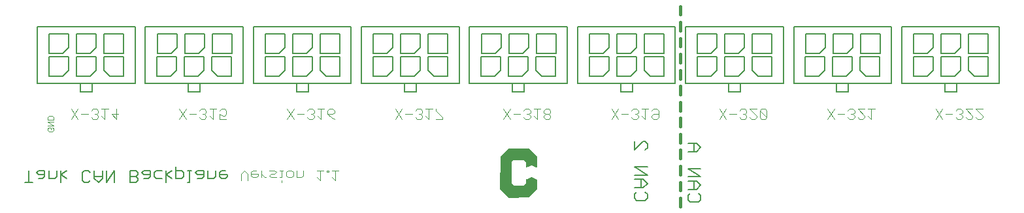
<source format=gbo>
G75*
G70*
%OFA0B0*%
%FSLAX24Y24*%
%IPPOS*%
%LPD*%
%AMOC8*
5,1,8,0,0,1.08239X$1,22.5*
%
%ADD10C,0.0060*%
%ADD11C,0.0160*%
%ADD12C,0.0040*%
%ADD13C,0.0030*%
%ADD14C,0.0050*%
%ADD15C,0.0020*%
D10*
X059104Y001106D02*
X059104Y001319D01*
X059211Y001426D01*
X059104Y001643D02*
X059531Y001643D01*
X059745Y001857D01*
X059531Y002070D01*
X059104Y002070D01*
X059104Y002288D02*
X059745Y002288D01*
X059104Y002715D01*
X059745Y002715D01*
X059424Y002070D02*
X059424Y001643D01*
X059638Y001426D02*
X059745Y001319D01*
X059745Y001106D01*
X059638Y000999D01*
X059211Y000999D01*
X059104Y001106D01*
X061821Y001027D02*
X061821Y001240D01*
X061927Y001347D01*
X061821Y001565D02*
X062248Y001565D01*
X062461Y001778D01*
X062248Y001992D01*
X061821Y001992D01*
X061821Y002209D02*
X062461Y002209D01*
X061821Y002636D01*
X062461Y002636D01*
X062141Y001992D02*
X062141Y001565D01*
X062354Y001347D02*
X062461Y001240D01*
X062461Y001027D01*
X062354Y000920D01*
X061927Y000920D01*
X061821Y001027D01*
X061821Y003498D02*
X062248Y003498D01*
X062461Y003712D01*
X062248Y003925D01*
X061821Y003925D01*
X062141Y003925D02*
X062141Y003498D01*
X059745Y003684D02*
X059638Y003577D01*
X059745Y003684D02*
X059745Y003897D01*
X059638Y004004D01*
X059531Y004004D01*
X059104Y003577D01*
X059104Y004004D01*
D11*
X061436Y003964D02*
X061436Y004388D01*
X061436Y004782D02*
X061436Y005206D01*
X061436Y005599D02*
X061436Y006023D01*
X061436Y006417D02*
X061436Y006841D01*
X061436Y007235D02*
X061436Y007659D01*
X061436Y008052D02*
X061436Y008476D01*
X061436Y008870D02*
X061436Y009294D01*
X061436Y009688D02*
X061436Y010112D01*
X061436Y010505D02*
X061436Y010929D01*
X061436Y003570D02*
X061436Y003146D01*
X061436Y002753D02*
X061436Y002329D01*
X061436Y001935D02*
X061436Y001511D01*
X061436Y001117D02*
X061436Y000693D01*
D12*
X060236Y005153D02*
X060062Y005153D01*
X059975Y005240D01*
X059975Y005326D01*
X060062Y005413D01*
X060322Y005413D01*
X060322Y005240D02*
X060236Y005153D01*
X060322Y005240D02*
X060322Y005586D01*
X060236Y005673D01*
X060062Y005673D01*
X059975Y005586D01*
X059807Y005673D02*
X059460Y005673D01*
X059633Y005673D02*
X059633Y005153D01*
X059460Y005326D01*
X059291Y005326D02*
X059204Y005413D01*
X059291Y005500D01*
X059291Y005586D01*
X059204Y005673D01*
X059031Y005673D01*
X058944Y005586D01*
X058775Y005413D02*
X058429Y005413D01*
X058260Y005153D02*
X057913Y005673D01*
X058260Y005673D02*
X057913Y005153D01*
X058944Y005240D02*
X059031Y005153D01*
X059204Y005153D01*
X059291Y005240D01*
X059291Y005326D01*
X059204Y005413D02*
X059118Y005413D01*
X054811Y005326D02*
X054811Y005240D01*
X054724Y005153D01*
X054550Y005153D01*
X054464Y005240D01*
X054464Y005326D01*
X054550Y005413D01*
X054724Y005413D01*
X054811Y005500D01*
X054811Y005586D01*
X054724Y005673D01*
X054550Y005673D01*
X054464Y005586D01*
X054464Y005500D01*
X054550Y005413D01*
X054724Y005413D02*
X054811Y005326D01*
X054295Y005673D02*
X053948Y005673D01*
X054121Y005673D02*
X054121Y005153D01*
X053948Y005326D01*
X053779Y005326D02*
X053779Y005240D01*
X053693Y005153D01*
X053519Y005153D01*
X053432Y005240D01*
X053264Y005413D02*
X052917Y005413D01*
X052748Y005153D02*
X052401Y005673D01*
X052748Y005673D02*
X052401Y005153D01*
X053606Y005413D02*
X053693Y005413D01*
X053779Y005500D01*
X053779Y005586D01*
X053693Y005673D01*
X053519Y005673D01*
X053432Y005586D01*
X053693Y005413D02*
X053779Y005326D01*
X049299Y005240D02*
X048952Y005586D01*
X048952Y005673D01*
X048783Y005673D02*
X048436Y005673D01*
X048610Y005673D02*
X048610Y005153D01*
X048436Y005326D01*
X048267Y005326D02*
X048267Y005240D01*
X048181Y005153D01*
X048007Y005153D01*
X047921Y005240D01*
X047752Y005413D02*
X047405Y005413D01*
X047236Y005153D02*
X046889Y005673D01*
X047236Y005673D02*
X046889Y005153D01*
X048094Y005413D02*
X048181Y005413D01*
X048267Y005500D01*
X048267Y005586D01*
X048181Y005673D01*
X048007Y005673D01*
X047921Y005586D01*
X048181Y005413D02*
X048267Y005326D01*
X048952Y005153D02*
X049299Y005153D01*
X049299Y005240D01*
X043787Y005153D02*
X043613Y005240D01*
X043440Y005413D01*
X043700Y005413D01*
X043787Y005500D01*
X043787Y005586D01*
X043700Y005673D01*
X043527Y005673D01*
X043440Y005586D01*
X043440Y005413D01*
X043271Y005673D02*
X042924Y005673D01*
X043098Y005673D02*
X043098Y005153D01*
X042924Y005326D01*
X042756Y005326D02*
X042756Y005240D01*
X042669Y005153D01*
X042495Y005153D01*
X042409Y005240D01*
X042240Y005413D02*
X041893Y005413D01*
X041724Y005153D02*
X041377Y005673D01*
X041724Y005673D02*
X041377Y005153D01*
X042582Y005413D02*
X042669Y005413D01*
X042756Y005500D01*
X042756Y005586D01*
X042669Y005673D01*
X042495Y005673D01*
X042409Y005586D01*
X042669Y005413D02*
X042756Y005326D01*
X038275Y005413D02*
X038275Y005586D01*
X038188Y005673D01*
X038015Y005673D01*
X037928Y005586D01*
X037928Y005413D02*
X038102Y005326D01*
X038188Y005326D01*
X038275Y005413D01*
X038275Y005153D02*
X037928Y005153D01*
X037928Y005413D01*
X037759Y005673D02*
X037413Y005673D01*
X037586Y005673D02*
X037586Y005153D01*
X037413Y005326D01*
X037244Y005326D02*
X037244Y005240D01*
X037157Y005153D01*
X036984Y005153D01*
X036897Y005240D01*
X036728Y005413D02*
X036381Y005413D01*
X036213Y005153D02*
X035866Y005673D01*
X036213Y005673D02*
X035866Y005153D01*
X037070Y005413D02*
X037157Y005413D01*
X037244Y005500D01*
X037244Y005586D01*
X037157Y005673D01*
X036984Y005673D01*
X036897Y005586D01*
X037157Y005413D02*
X037244Y005326D01*
X032763Y005413D02*
X032416Y005413D01*
X032677Y005153D01*
X032677Y005673D01*
X032248Y005673D02*
X031901Y005673D01*
X032074Y005673D02*
X032074Y005153D01*
X031901Y005326D01*
X031732Y005326D02*
X031645Y005413D01*
X031732Y005500D01*
X031732Y005586D01*
X031645Y005673D01*
X031472Y005673D01*
X031385Y005586D01*
X031216Y005413D02*
X030869Y005413D01*
X030701Y005153D02*
X030354Y005673D01*
X030701Y005673D02*
X030354Y005153D01*
X031385Y005240D02*
X031472Y005153D01*
X031645Y005153D01*
X031732Y005240D01*
X031732Y005326D01*
X031645Y005413D02*
X031559Y005413D01*
X039015Y002350D02*
X039189Y002524D01*
X039362Y002350D01*
X039362Y002003D01*
X039618Y002177D02*
X039791Y002177D01*
X039878Y002263D01*
X039878Y002350D01*
X039531Y002350D01*
X039531Y002263D02*
X039618Y002177D01*
X039531Y002263D02*
X039531Y002437D01*
X039618Y002524D01*
X039791Y002524D01*
X040047Y002524D02*
X040047Y002177D01*
X040220Y002177D02*
X040307Y002177D01*
X040220Y002177D02*
X040047Y002350D01*
X040476Y002263D02*
X040563Y002177D01*
X040823Y002177D01*
X040992Y002177D02*
X041079Y002177D01*
X041079Y002524D01*
X041165Y002524D02*
X040992Y002524D01*
X040823Y002437D02*
X040736Y002524D01*
X040476Y002524D01*
X040563Y002350D02*
X040476Y002263D01*
X040563Y002350D02*
X040736Y002350D01*
X040823Y002437D01*
X041079Y002003D02*
X041079Y001916D01*
X041422Y002177D02*
X041336Y002263D01*
X041336Y002437D01*
X041422Y002524D01*
X041596Y002524D01*
X041683Y002437D01*
X041683Y002263D01*
X041596Y002177D01*
X041422Y002177D01*
X041851Y002177D02*
X042111Y002177D01*
X042198Y002263D01*
X042198Y002524D01*
X041851Y002524D02*
X041851Y002177D01*
X042882Y002177D02*
X043056Y002003D01*
X043056Y002524D01*
X043229Y002524D02*
X042882Y002524D01*
X043398Y002524D02*
X043485Y002524D01*
X043485Y002437D01*
X043398Y002437D01*
X043398Y002524D01*
X043656Y002524D02*
X044003Y002524D01*
X043829Y002524D02*
X043829Y002003D01*
X043656Y002177D01*
X039015Y002003D02*
X039015Y002350D01*
X063425Y005153D02*
X063772Y005673D01*
X063940Y005413D02*
X064287Y005413D01*
X064456Y005240D02*
X064543Y005153D01*
X064716Y005153D01*
X064803Y005240D01*
X064803Y005326D01*
X064716Y005413D01*
X064803Y005500D01*
X064803Y005586D01*
X064716Y005673D01*
X064543Y005673D01*
X064456Y005586D01*
X064629Y005413D02*
X064716Y005413D01*
X064972Y005240D02*
X065058Y005153D01*
X065232Y005153D01*
X065319Y005240D01*
X065319Y005326D01*
X064972Y005673D01*
X065319Y005673D01*
X065487Y005586D02*
X065834Y005240D01*
X065834Y005586D01*
X065747Y005673D01*
X065574Y005673D01*
X065487Y005586D01*
X065487Y005240D01*
X065574Y005153D01*
X065747Y005153D01*
X065834Y005240D01*
X063772Y005153D02*
X063425Y005673D01*
X068937Y005673D02*
X069283Y005153D01*
X069452Y005413D02*
X069799Y005413D01*
X069968Y005240D02*
X070055Y005153D01*
X070228Y005153D01*
X070315Y005240D01*
X070315Y005326D01*
X070228Y005413D01*
X070315Y005500D01*
X070315Y005586D01*
X070228Y005673D01*
X070055Y005673D01*
X069968Y005586D01*
X070141Y005413D02*
X070228Y005413D01*
X070483Y005240D02*
X070570Y005153D01*
X070744Y005153D01*
X070830Y005240D01*
X070830Y005326D01*
X070483Y005673D01*
X070830Y005673D01*
X070999Y005673D02*
X071346Y005673D01*
X071173Y005673D02*
X071173Y005153D01*
X070999Y005326D01*
X069283Y005673D02*
X068937Y005153D01*
X074448Y005153D02*
X074795Y005673D01*
X074964Y005413D02*
X075311Y005413D01*
X075480Y005240D02*
X075566Y005153D01*
X075740Y005153D01*
X075827Y005240D01*
X075827Y005326D01*
X075740Y005413D01*
X075827Y005500D01*
X075827Y005586D01*
X075740Y005673D01*
X075566Y005673D01*
X075480Y005586D01*
X075653Y005413D02*
X075740Y005413D01*
X075995Y005240D02*
X076082Y005153D01*
X076255Y005153D01*
X076342Y005240D01*
X076342Y005326D01*
X075995Y005673D01*
X076342Y005673D01*
X076511Y005673D02*
X076858Y005326D01*
X076858Y005240D01*
X076771Y005153D01*
X076598Y005153D01*
X076511Y005240D01*
X076511Y005673D02*
X076858Y005673D01*
X074795Y005153D02*
X074448Y005673D01*
D13*
X029458Y005262D02*
X029458Y005116D01*
X029168Y005116D01*
X029168Y005262D01*
X029216Y005310D01*
X029410Y005310D01*
X029458Y005262D01*
X029458Y005015D02*
X029168Y005015D01*
X029458Y004822D01*
X029168Y004822D01*
X029216Y004721D02*
X029313Y004721D01*
X029313Y004624D01*
X029410Y004721D02*
X029458Y004672D01*
X029458Y004575D01*
X029410Y004527D01*
X029216Y004527D01*
X029168Y004575D01*
X029168Y004672D01*
X029216Y004721D01*
D14*
X028404Y001908D02*
X027997Y001908D01*
X028200Y001908D02*
X028200Y002519D01*
X028604Y002417D02*
X028706Y002315D01*
X029011Y002315D01*
X029011Y002213D02*
X029011Y002519D01*
X028706Y002519D01*
X028604Y002417D01*
X028706Y002112D02*
X028910Y002112D01*
X029011Y002213D01*
X029212Y002112D02*
X029517Y002112D01*
X029619Y002213D01*
X029619Y002519D01*
X029820Y002519D02*
X029820Y001908D01*
X030125Y002112D02*
X029820Y002315D01*
X030125Y002519D01*
X030934Y002417D02*
X031036Y002519D01*
X031239Y002519D01*
X031341Y002417D01*
X031542Y002519D02*
X031542Y002112D01*
X031745Y001908D01*
X031949Y002112D01*
X031949Y002519D01*
X032149Y002519D02*
X032149Y001908D01*
X032556Y002519D01*
X032556Y001908D01*
X031949Y002213D02*
X031542Y002213D01*
X031341Y002010D02*
X031239Y001908D01*
X031036Y001908D01*
X030934Y002010D01*
X030934Y002417D01*
X029212Y002519D02*
X029212Y002112D01*
X033365Y002213D02*
X033670Y002213D01*
X033772Y002315D01*
X033772Y002417D01*
X033670Y002519D01*
X033365Y002519D01*
X033365Y001908D01*
X033670Y001908D01*
X033772Y002010D01*
X033772Y002112D01*
X033670Y002213D01*
X033973Y002417D02*
X034074Y002315D01*
X034380Y002315D01*
X034380Y002213D02*
X034380Y002519D01*
X034074Y002519D01*
X033973Y002417D01*
X034074Y002112D02*
X034278Y002112D01*
X034380Y002213D01*
X034580Y002213D02*
X034580Y002417D01*
X034682Y002519D01*
X034987Y002519D01*
X035188Y002519D02*
X035188Y001908D01*
X034987Y002112D02*
X034682Y002112D01*
X034580Y002213D01*
X035188Y002315D02*
X035493Y002112D01*
X035694Y002112D02*
X036000Y002112D01*
X036101Y002213D01*
X036101Y002417D01*
X036000Y002519D01*
X035694Y002519D01*
X035493Y002519D02*
X035188Y002315D01*
X035694Y002112D02*
X035694Y002722D01*
X036302Y002519D02*
X036506Y002519D01*
X036404Y002519D02*
X036404Y001908D01*
X036302Y001908D01*
X036809Y002112D02*
X037012Y002112D01*
X037114Y002213D01*
X037114Y002519D01*
X036809Y002519D01*
X036707Y002417D01*
X036809Y002315D01*
X037114Y002315D01*
X037315Y002112D02*
X037620Y002112D01*
X037722Y002213D01*
X037722Y002519D01*
X037923Y002417D02*
X038024Y002519D01*
X038228Y002519D01*
X038330Y002315D02*
X037923Y002315D01*
X037923Y002417D02*
X037923Y002213D01*
X038024Y002112D01*
X038228Y002112D01*
X038330Y002213D01*
X038330Y002315D01*
X037315Y002519D02*
X037315Y002112D01*
X036933Y006549D02*
X036333Y006549D01*
X036333Y006949D01*
X036133Y007349D02*
X036833Y007349D01*
X037133Y007649D01*
X037133Y008349D01*
X036133Y008349D01*
X036133Y007349D01*
X035733Y007649D02*
X035733Y008349D01*
X034733Y008349D01*
X034733Y007349D01*
X035433Y007349D01*
X035733Y007649D01*
X036933Y006949D02*
X036933Y006549D01*
X037833Y007349D02*
X038533Y007349D01*
X038533Y008349D01*
X037533Y008349D01*
X037533Y007649D01*
X037833Y007349D01*
X039125Y006999D02*
X039125Y009899D01*
X034141Y009899D01*
X034141Y006999D01*
X039125Y006999D01*
X039653Y006999D02*
X039653Y009899D01*
X044637Y009899D01*
X044637Y006999D01*
X039653Y006999D01*
X040245Y007349D02*
X040945Y007349D01*
X041245Y007649D01*
X041245Y008349D01*
X040245Y008349D01*
X040245Y007349D01*
X041645Y007349D02*
X042345Y007349D01*
X042645Y007649D01*
X042645Y008349D01*
X041645Y008349D01*
X041645Y007349D01*
X041845Y006949D02*
X041845Y006549D01*
X042445Y006549D01*
X042445Y006949D01*
X043045Y007649D02*
X043345Y007349D01*
X044045Y007349D01*
X044045Y008349D01*
X043045Y008349D01*
X043045Y007649D01*
X045165Y006999D02*
X045165Y009899D01*
X050149Y009899D01*
X050149Y006999D01*
X045165Y006999D01*
X045757Y007349D02*
X046457Y007349D01*
X046757Y007649D01*
X046757Y008349D01*
X045757Y008349D01*
X045757Y007349D01*
X047157Y007349D02*
X047857Y007349D01*
X048157Y007649D01*
X048157Y008349D01*
X047157Y008349D01*
X047157Y007349D01*
X047357Y006949D02*
X047357Y006549D01*
X047957Y006549D01*
X047957Y006949D01*
X048557Y007649D02*
X048857Y007349D01*
X049557Y007349D01*
X049557Y008349D01*
X048557Y008349D01*
X048557Y007649D01*
X050676Y006999D02*
X050676Y009899D01*
X055661Y009899D01*
X055661Y006999D01*
X050676Y006999D01*
X051269Y007349D02*
X051969Y007349D01*
X052269Y007649D01*
X052269Y008349D01*
X051269Y008349D01*
X051269Y007349D01*
X052669Y007349D02*
X053369Y007349D01*
X053669Y007649D01*
X053669Y008349D01*
X052669Y008349D01*
X052669Y007349D01*
X052869Y006949D02*
X052869Y006549D01*
X053469Y006549D01*
X053469Y006949D01*
X054069Y007649D02*
X054369Y007349D01*
X055069Y007349D01*
X055069Y008349D01*
X054069Y008349D01*
X054069Y007649D01*
X056188Y006999D02*
X056188Y009899D01*
X061172Y009899D01*
X061172Y006999D01*
X056188Y006999D01*
X056780Y007349D02*
X057480Y007349D01*
X057780Y007649D01*
X057780Y008349D01*
X056780Y008349D01*
X056780Y007349D01*
X058180Y007349D02*
X058880Y007349D01*
X059180Y007649D01*
X059180Y008349D01*
X058180Y008349D01*
X058180Y007349D01*
X058380Y006949D02*
X058380Y006549D01*
X058980Y006549D01*
X058980Y006949D01*
X059580Y007649D02*
X059880Y007349D01*
X060580Y007349D01*
X060580Y008349D01*
X059580Y008349D01*
X059580Y007649D01*
X061700Y006999D02*
X061700Y009899D01*
X066684Y009899D01*
X066684Y006999D01*
X061700Y006999D01*
X062292Y007349D02*
X062992Y007349D01*
X063292Y007649D01*
X063292Y008349D01*
X062292Y008349D01*
X062292Y007349D01*
X063692Y007349D02*
X064392Y007349D01*
X064692Y007649D01*
X064692Y008349D01*
X063692Y008349D01*
X063692Y007349D01*
X063892Y006949D02*
X063892Y006549D01*
X064492Y006549D01*
X064492Y006949D01*
X065092Y007649D02*
X065392Y007349D01*
X066092Y007349D01*
X066092Y008349D01*
X065092Y008349D01*
X065092Y007649D01*
X067212Y006999D02*
X067212Y009899D01*
X072196Y009899D01*
X072196Y006999D01*
X067212Y006999D01*
X067804Y007349D02*
X068504Y007349D01*
X068804Y007649D01*
X068804Y008349D01*
X067804Y008349D01*
X067804Y007349D01*
X069204Y007349D02*
X069904Y007349D01*
X070204Y007649D01*
X070204Y008349D01*
X069204Y008349D01*
X069204Y007349D01*
X069404Y006949D02*
X069404Y006549D01*
X070004Y006549D01*
X070004Y006949D01*
X070604Y007649D02*
X070904Y007349D01*
X071604Y007349D01*
X071604Y008349D01*
X070604Y008349D01*
X070604Y007649D01*
X072724Y006999D02*
X072724Y009899D01*
X077708Y009899D01*
X077708Y006999D01*
X072724Y006999D01*
X073316Y007349D02*
X074016Y007349D01*
X074316Y007649D01*
X074316Y008349D01*
X073316Y008349D01*
X073316Y007349D01*
X074716Y007349D02*
X075416Y007349D01*
X075716Y007649D01*
X075716Y008349D01*
X074716Y008349D01*
X074716Y007349D01*
X074916Y006949D02*
X074916Y006549D01*
X075516Y006549D01*
X075516Y006949D01*
X076116Y007649D02*
X076416Y007349D01*
X077116Y007349D01*
X077116Y008349D01*
X076116Y008349D01*
X076116Y007649D01*
X076128Y008530D02*
X077128Y008530D01*
X077128Y009530D01*
X076128Y009530D01*
X076128Y008530D01*
X075728Y008830D02*
X075428Y008530D01*
X074728Y008530D01*
X074728Y009530D01*
X075728Y009530D01*
X075728Y008830D01*
X074328Y008830D02*
X074028Y008530D01*
X073328Y008530D01*
X073328Y009530D01*
X074328Y009530D01*
X074328Y008830D01*
X071617Y008530D02*
X071617Y009530D01*
X070617Y009530D01*
X070617Y008530D01*
X071617Y008530D01*
X070217Y008830D02*
X069917Y008530D01*
X069217Y008530D01*
X069217Y009530D01*
X070217Y009530D01*
X070217Y008830D01*
X068817Y008830D02*
X068517Y008530D01*
X067817Y008530D01*
X067817Y009530D01*
X068817Y009530D01*
X068817Y008830D01*
X066105Y008530D02*
X066105Y009530D01*
X065105Y009530D01*
X065105Y008530D01*
X066105Y008530D01*
X064705Y008830D02*
X064405Y008530D01*
X063705Y008530D01*
X063705Y009530D01*
X064705Y009530D01*
X064705Y008830D01*
X063305Y008830D02*
X063005Y008530D01*
X062305Y008530D01*
X062305Y009530D01*
X063305Y009530D01*
X063305Y008830D01*
X060593Y008530D02*
X060593Y009530D01*
X059593Y009530D01*
X059593Y008530D01*
X060593Y008530D01*
X059193Y008830D02*
X058893Y008530D01*
X058193Y008530D01*
X058193Y009530D01*
X059193Y009530D01*
X059193Y008830D01*
X057793Y008830D02*
X057493Y008530D01*
X056793Y008530D01*
X056793Y009530D01*
X057793Y009530D01*
X057793Y008830D01*
X055081Y008530D02*
X055081Y009530D01*
X054081Y009530D01*
X054081Y008530D01*
X055081Y008530D01*
X053681Y008830D02*
X053381Y008530D01*
X052681Y008530D01*
X052681Y009530D01*
X053681Y009530D01*
X053681Y008830D01*
X052281Y008830D02*
X051981Y008530D01*
X051281Y008530D01*
X051281Y009530D01*
X052281Y009530D01*
X052281Y008830D01*
X049569Y008530D02*
X049569Y009530D01*
X048569Y009530D01*
X048569Y008530D01*
X049569Y008530D01*
X048169Y008830D02*
X047869Y008530D01*
X047169Y008530D01*
X047169Y009530D01*
X048169Y009530D01*
X048169Y008830D01*
X046769Y008830D02*
X046469Y008530D01*
X045769Y008530D01*
X045769Y009530D01*
X046769Y009530D01*
X046769Y008830D01*
X044057Y008530D02*
X044057Y009530D01*
X043057Y009530D01*
X043057Y008530D01*
X044057Y008530D01*
X042657Y008830D02*
X042357Y008530D01*
X041657Y008530D01*
X041657Y009530D01*
X042657Y009530D01*
X042657Y008830D01*
X041257Y008830D02*
X041257Y009530D01*
X040257Y009530D01*
X040257Y008530D01*
X040957Y008530D01*
X041257Y008830D01*
X038546Y008530D02*
X038546Y009530D01*
X037546Y009530D01*
X037546Y008530D01*
X038546Y008530D01*
X037146Y008830D02*
X036846Y008530D01*
X036146Y008530D01*
X036146Y009530D01*
X037146Y009530D01*
X037146Y008830D01*
X035746Y008830D02*
X035746Y009530D01*
X034746Y009530D01*
X034746Y008530D01*
X035446Y008530D01*
X035746Y008830D01*
X033613Y009899D02*
X028629Y009899D01*
X028629Y006999D01*
X033613Y006999D01*
X033613Y009899D01*
X033034Y009530D02*
X033034Y008530D01*
X032034Y008530D01*
X032034Y009530D01*
X033034Y009530D01*
X031634Y009530D02*
X031634Y008830D01*
X031334Y008530D01*
X030634Y008530D01*
X030634Y009530D01*
X031634Y009530D01*
X030234Y009530D02*
X030234Y008830D01*
X029934Y008530D01*
X029234Y008530D01*
X029234Y009530D01*
X030234Y009530D01*
X030221Y008349D02*
X029221Y008349D01*
X029221Y007349D01*
X029921Y007349D01*
X030221Y007649D01*
X030221Y008349D01*
X030621Y008349D02*
X030621Y007349D01*
X031321Y007349D01*
X031621Y007649D01*
X031621Y008349D01*
X030621Y008349D01*
X032021Y008349D02*
X032021Y007649D01*
X032321Y007349D01*
X033021Y007349D01*
X033021Y008349D01*
X032021Y008349D01*
X031421Y006949D02*
X031421Y006549D01*
X030821Y006549D01*
X030821Y006949D01*
D15*
X052247Y003252D02*
X052243Y001583D01*
X052665Y001166D01*
X053676Y001170D01*
X054086Y001579D01*
X054086Y002067D01*
X053826Y002181D01*
X053546Y002067D01*
X053550Y001866D01*
X053444Y001768D01*
X052897Y001768D01*
X052787Y001874D01*
X052787Y002985D01*
X052885Y003083D01*
X053436Y003087D01*
X053554Y002969D01*
X053554Y002709D01*
X053818Y002831D01*
X054086Y002705D01*
X054082Y003256D01*
X053680Y003658D01*
X052657Y003646D01*
X052263Y003252D01*
X052247Y003252D01*
X052247Y003244D02*
X054082Y003244D01*
X054082Y003226D02*
X052247Y003226D01*
X052247Y003207D02*
X054082Y003207D01*
X054082Y003189D02*
X052247Y003189D01*
X052247Y003171D02*
X054083Y003171D01*
X054083Y003153D02*
X052247Y003153D01*
X052247Y003134D02*
X054083Y003134D01*
X054083Y003116D02*
X052247Y003116D01*
X052247Y003098D02*
X054083Y003098D01*
X054083Y003080D02*
X053443Y003080D01*
X053462Y003061D02*
X054083Y003061D01*
X054083Y003043D02*
X053480Y003043D01*
X053498Y003025D02*
X054084Y003025D01*
X054084Y003007D02*
X053516Y003007D01*
X053535Y002989D02*
X054084Y002989D01*
X054084Y002970D02*
X053553Y002970D01*
X053554Y002952D02*
X054084Y002952D01*
X054084Y002934D02*
X053554Y002934D01*
X053554Y002916D02*
X054084Y002916D01*
X054084Y002897D02*
X053554Y002897D01*
X053554Y002879D02*
X054085Y002879D01*
X054085Y002861D02*
X053554Y002861D01*
X053554Y002843D02*
X054085Y002843D01*
X054085Y002825D02*
X053832Y002825D01*
X053804Y002825D02*
X053554Y002825D01*
X053554Y002806D02*
X053765Y002806D01*
X053725Y002788D02*
X053554Y002788D01*
X053554Y002770D02*
X053686Y002770D01*
X053646Y002752D02*
X053554Y002752D01*
X053554Y002733D02*
X053607Y002733D01*
X053568Y002715D02*
X053554Y002715D01*
X053871Y002806D02*
X054085Y002806D01*
X054085Y002788D02*
X053909Y002788D01*
X053948Y002770D02*
X054085Y002770D01*
X054086Y002752D02*
X053987Y002752D01*
X054026Y002733D02*
X054086Y002733D01*
X054086Y002715D02*
X054064Y002715D01*
X054076Y003262D02*
X052273Y003262D01*
X052291Y003280D02*
X054058Y003280D01*
X054040Y003298D02*
X052309Y003298D01*
X052327Y003317D02*
X054021Y003317D01*
X054003Y003335D02*
X052346Y003335D01*
X052364Y003353D02*
X053985Y003353D01*
X053967Y003371D02*
X052382Y003371D01*
X052400Y003390D02*
X053949Y003390D01*
X053930Y003408D02*
X052419Y003408D01*
X052437Y003426D02*
X053912Y003426D01*
X053894Y003444D02*
X052455Y003444D01*
X052473Y003463D02*
X053876Y003463D01*
X053857Y003481D02*
X052491Y003481D01*
X052510Y003499D02*
X053839Y003499D01*
X053821Y003517D02*
X052528Y003517D01*
X052546Y003535D02*
X053803Y003535D01*
X053784Y003554D02*
X052564Y003554D01*
X052583Y003572D02*
X053766Y003572D01*
X053748Y003590D02*
X052601Y003590D01*
X052619Y003608D02*
X053730Y003608D01*
X053712Y003627D02*
X052637Y003627D01*
X052656Y003645D02*
X053693Y003645D01*
X052882Y003080D02*
X052247Y003080D01*
X052247Y003061D02*
X052864Y003061D01*
X052845Y003043D02*
X052247Y003043D01*
X052247Y003025D02*
X052827Y003025D01*
X052809Y003007D02*
X052247Y003007D01*
X052247Y002989D02*
X052791Y002989D01*
X052787Y002970D02*
X052247Y002970D01*
X052247Y002952D02*
X052787Y002952D01*
X052787Y002934D02*
X052246Y002934D01*
X052246Y002916D02*
X052787Y002916D01*
X052787Y002897D02*
X052246Y002897D01*
X052246Y002879D02*
X052787Y002879D01*
X052787Y002861D02*
X052246Y002861D01*
X052246Y002843D02*
X052787Y002843D01*
X052787Y002825D02*
X052246Y002825D01*
X052246Y002806D02*
X052787Y002806D01*
X052787Y002788D02*
X052246Y002788D01*
X052246Y002770D02*
X052787Y002770D01*
X052787Y002752D02*
X052246Y002752D01*
X052246Y002733D02*
X052787Y002733D01*
X052787Y002715D02*
X052246Y002715D01*
X052246Y002697D02*
X052787Y002697D01*
X052787Y002679D02*
X052246Y002679D01*
X052246Y002660D02*
X052787Y002660D01*
X052787Y002642D02*
X052246Y002642D01*
X052246Y002624D02*
X052787Y002624D01*
X052787Y002606D02*
X052246Y002606D01*
X052246Y002588D02*
X052787Y002588D01*
X052787Y002569D02*
X052246Y002569D01*
X052246Y002551D02*
X052787Y002551D01*
X052787Y002533D02*
X052246Y002533D01*
X052246Y002515D02*
X052787Y002515D01*
X052787Y002496D02*
X052245Y002496D01*
X052245Y002478D02*
X052787Y002478D01*
X052787Y002460D02*
X052245Y002460D01*
X052245Y002442D02*
X052787Y002442D01*
X052787Y002424D02*
X052245Y002424D01*
X052245Y002405D02*
X052787Y002405D01*
X052787Y002387D02*
X052245Y002387D01*
X052245Y002369D02*
X052787Y002369D01*
X052787Y002351D02*
X052245Y002351D01*
X052245Y002332D02*
X052787Y002332D01*
X052787Y002314D02*
X052245Y002314D01*
X052245Y002296D02*
X052787Y002296D01*
X052787Y002278D02*
X052245Y002278D01*
X052245Y002259D02*
X052787Y002259D01*
X052787Y002241D02*
X052245Y002241D01*
X052245Y002223D02*
X052787Y002223D01*
X052787Y002205D02*
X052245Y002205D01*
X052245Y002187D02*
X052787Y002187D01*
X052787Y002168D02*
X052245Y002168D01*
X052245Y002150D02*
X052787Y002150D01*
X052787Y002132D02*
X052245Y002132D01*
X052245Y002114D02*
X052787Y002114D01*
X052787Y002095D02*
X052245Y002095D01*
X052244Y002077D02*
X052787Y002077D01*
X052787Y002059D02*
X052244Y002059D01*
X052244Y002041D02*
X052787Y002041D01*
X052787Y002022D02*
X052244Y002022D01*
X052244Y002004D02*
X052787Y002004D01*
X052787Y001986D02*
X052244Y001986D01*
X052244Y001968D02*
X052787Y001968D01*
X052787Y001950D02*
X052244Y001950D01*
X052244Y001931D02*
X052787Y001931D01*
X052787Y001913D02*
X052244Y001913D01*
X052244Y001895D02*
X052787Y001895D01*
X052787Y001877D02*
X052244Y001877D01*
X052244Y001858D02*
X052803Y001858D01*
X052822Y001840D02*
X052244Y001840D01*
X052244Y001822D02*
X052841Y001822D01*
X052860Y001804D02*
X052244Y001804D01*
X052244Y001786D02*
X052879Y001786D01*
X053463Y001786D02*
X054086Y001786D01*
X054086Y001804D02*
X053483Y001804D01*
X053502Y001822D02*
X054086Y001822D01*
X054086Y001840D02*
X053522Y001840D01*
X053542Y001858D02*
X054086Y001858D01*
X054086Y001877D02*
X053550Y001877D01*
X053550Y001895D02*
X054086Y001895D01*
X054086Y001913D02*
X053549Y001913D01*
X053549Y001931D02*
X054086Y001931D01*
X054086Y001950D02*
X053549Y001950D01*
X053548Y001968D02*
X054086Y001968D01*
X054086Y001986D02*
X053548Y001986D01*
X053548Y002004D02*
X054086Y002004D01*
X054086Y002022D02*
X053547Y002022D01*
X053547Y002041D02*
X054086Y002041D01*
X054086Y002059D02*
X053547Y002059D01*
X053571Y002077D02*
X054063Y002077D01*
X054022Y002095D02*
X053615Y002095D01*
X053660Y002114D02*
X053980Y002114D01*
X053939Y002132D02*
X053705Y002132D01*
X053749Y002150D02*
X053897Y002150D01*
X053856Y002168D02*
X053794Y002168D01*
X054086Y001767D02*
X052244Y001767D01*
X052244Y001749D02*
X054086Y001749D01*
X054086Y001731D02*
X052244Y001731D01*
X052244Y001713D02*
X054086Y001713D01*
X054086Y001694D02*
X052244Y001694D01*
X052244Y001676D02*
X054086Y001676D01*
X054086Y001658D02*
X052244Y001658D01*
X052243Y001640D02*
X054086Y001640D01*
X054086Y001621D02*
X052243Y001621D01*
X052243Y001603D02*
X054086Y001603D01*
X054086Y001585D02*
X052243Y001585D01*
X052260Y001567D02*
X054074Y001567D01*
X054055Y001549D02*
X052278Y001549D01*
X052296Y001530D02*
X054037Y001530D01*
X054019Y001512D02*
X052315Y001512D01*
X052333Y001494D02*
X054001Y001494D01*
X053982Y001476D02*
X052352Y001476D01*
X052370Y001457D02*
X053964Y001457D01*
X053946Y001439D02*
X052388Y001439D01*
X052407Y001421D02*
X053928Y001421D01*
X053909Y001403D02*
X052425Y001403D01*
X052444Y001384D02*
X053891Y001384D01*
X053873Y001366D02*
X052462Y001366D01*
X052480Y001348D02*
X053855Y001348D01*
X053837Y001330D02*
X052499Y001330D01*
X052517Y001312D02*
X053818Y001312D01*
X053800Y001293D02*
X052536Y001293D01*
X052554Y001275D02*
X053782Y001275D01*
X053764Y001257D02*
X052572Y001257D01*
X052591Y001239D02*
X053745Y001239D01*
X053727Y001220D02*
X052609Y001220D01*
X052628Y001202D02*
X053709Y001202D01*
X053691Y001184D02*
X052646Y001184D01*
X052664Y001166D02*
X052685Y001166D01*
M02*

</source>
